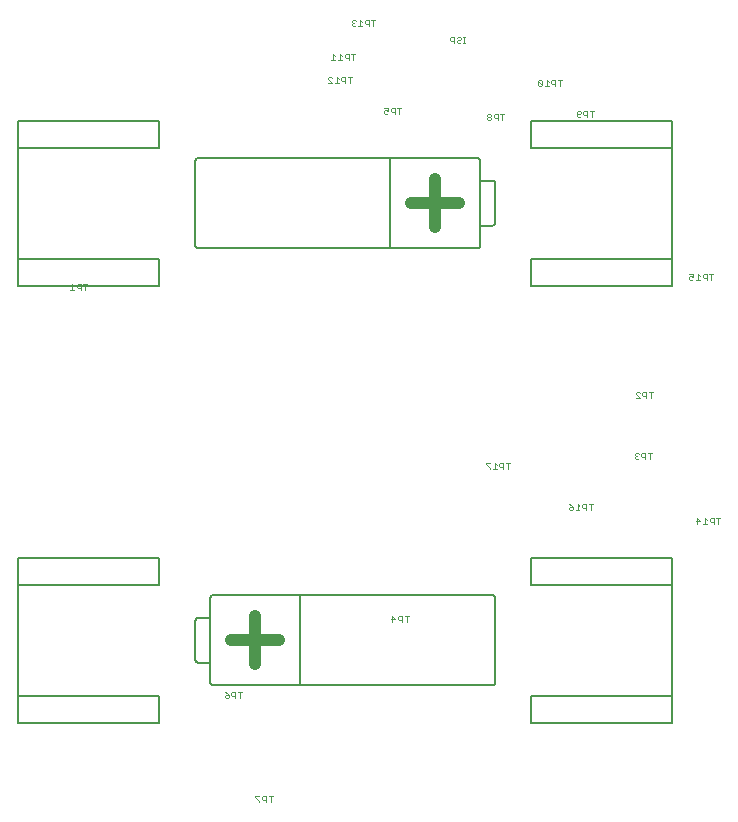
<source format=gbo>
G75*
%MOIN*%
%OFA0B0*%
%FSLAX24Y24*%
%IPPOS*%
%LPD*%
%AMOC8*
5,1,8,0,0,1.08239X$1,22.5*
%
%ADD10C,0.0040*%
%ADD11C,0.0050*%
%ADD12C,0.0080*%
%ADD13C,0.0400*%
D10*
X009939Y004781D02*
X009939Y004814D01*
X009972Y004847D01*
X010072Y004847D01*
X010072Y004781D01*
X010039Y004747D01*
X009972Y004747D01*
X009939Y004781D01*
X010006Y004914D02*
X010072Y004847D01*
X010160Y004847D02*
X010193Y004814D01*
X010293Y004814D01*
X010293Y004747D02*
X010293Y004947D01*
X010193Y004947D01*
X010160Y004914D01*
X010160Y004847D01*
X010006Y004914D02*
X009939Y004947D01*
X010381Y004947D02*
X010514Y004947D01*
X010448Y004947D02*
X010448Y004747D01*
X010963Y001483D02*
X010963Y001450D01*
X011096Y001316D01*
X011096Y001283D01*
X011184Y001383D02*
X011217Y001349D01*
X011317Y001349D01*
X011317Y001283D02*
X011317Y001483D01*
X011217Y001483D01*
X011184Y001450D01*
X011184Y001383D01*
X011096Y001483D02*
X010963Y001483D01*
X011405Y001483D02*
X011538Y001483D01*
X011471Y001483D02*
X011471Y001283D01*
X015523Y007267D02*
X015523Y007467D01*
X015624Y007367D01*
X015490Y007367D01*
X015711Y007367D02*
X015744Y007334D01*
X015845Y007334D01*
X015845Y007267D02*
X015845Y007467D01*
X015744Y007467D01*
X015711Y007434D01*
X015711Y007367D01*
X015932Y007467D02*
X016066Y007467D01*
X015999Y007467D02*
X015999Y007267D01*
X018788Y012385D02*
X018788Y012418D01*
X018655Y012552D01*
X018655Y012585D01*
X018788Y012585D01*
X018943Y012585D02*
X018943Y012385D01*
X019009Y012385D02*
X018876Y012385D01*
X019009Y012518D02*
X018943Y012585D01*
X019097Y012552D02*
X019130Y012585D01*
X019230Y012585D01*
X019230Y012385D01*
X019230Y012452D02*
X019130Y012452D01*
X019097Y012485D01*
X019097Y012552D01*
X019318Y012585D02*
X019451Y012585D01*
X019385Y012585D02*
X019385Y012385D01*
X021411Y011207D02*
X021478Y011174D01*
X021544Y011107D01*
X021444Y011107D01*
X021411Y011074D01*
X021411Y011040D01*
X021444Y011007D01*
X021511Y011007D01*
X021544Y011040D01*
X021544Y011107D01*
X021632Y011007D02*
X021765Y011007D01*
X021699Y011007D02*
X021699Y011207D01*
X021765Y011141D01*
X021853Y011174D02*
X021853Y011107D01*
X021886Y011074D01*
X021986Y011074D01*
X021986Y011007D02*
X021986Y011207D01*
X021886Y011207D01*
X021853Y011174D01*
X022074Y011207D02*
X022207Y011207D01*
X022141Y011207D02*
X022141Y011007D01*
X023634Y012700D02*
X023700Y012700D01*
X023734Y012733D01*
X023667Y012800D02*
X023634Y012800D01*
X023600Y012767D01*
X023600Y012733D01*
X023634Y012700D01*
X023634Y012800D02*
X023600Y012833D01*
X023600Y012867D01*
X023634Y012900D01*
X023700Y012900D01*
X023734Y012867D01*
X023821Y012867D02*
X023821Y012800D01*
X023855Y012767D01*
X023955Y012767D01*
X023955Y012700D02*
X023955Y012900D01*
X023855Y012900D01*
X023821Y012867D01*
X024042Y012900D02*
X024176Y012900D01*
X024109Y012900D02*
X024109Y012700D01*
X024148Y014747D02*
X024148Y014947D01*
X024082Y014947D02*
X024215Y014947D01*
X023994Y014947D02*
X023994Y014747D01*
X023994Y014814D02*
X023894Y014814D01*
X023861Y014847D01*
X023861Y014914D01*
X023894Y014947D01*
X023994Y014947D01*
X023773Y014914D02*
X023740Y014947D01*
X023673Y014947D01*
X023640Y014914D01*
X023640Y014881D01*
X023773Y014747D01*
X023640Y014747D01*
X025460Y018684D02*
X025527Y018684D01*
X025560Y018718D01*
X025560Y018784D02*
X025493Y018818D01*
X025460Y018818D01*
X025427Y018784D01*
X025427Y018718D01*
X025460Y018684D01*
X025560Y018784D02*
X025560Y018884D01*
X025427Y018884D01*
X025648Y018684D02*
X025781Y018684D01*
X025714Y018684D02*
X025714Y018884D01*
X025781Y018818D01*
X025869Y018851D02*
X025869Y018784D01*
X025902Y018751D01*
X026002Y018751D01*
X026002Y018684D02*
X026002Y018884D01*
X025902Y018884D01*
X025869Y018851D01*
X026090Y018884D02*
X026223Y018884D01*
X026156Y018884D02*
X026156Y018684D01*
X022180Y024117D02*
X022180Y024318D01*
X022247Y024318D02*
X022113Y024318D01*
X022026Y024318D02*
X022026Y024117D01*
X022026Y024184D02*
X021926Y024184D01*
X021892Y024217D01*
X021892Y024284D01*
X021926Y024318D01*
X022026Y024318D01*
X021805Y024284D02*
X021771Y024318D01*
X021705Y024318D01*
X021671Y024284D01*
X021671Y024151D01*
X021705Y024117D01*
X021771Y024117D01*
X021805Y024151D01*
X021771Y024217D02*
X021671Y024217D01*
X021771Y024217D02*
X021805Y024251D01*
X021805Y024284D01*
X021117Y025141D02*
X021117Y025341D01*
X021184Y025341D02*
X021050Y025341D01*
X020963Y025341D02*
X020863Y025341D01*
X020829Y025308D01*
X020829Y025241D01*
X020863Y025208D01*
X020963Y025208D01*
X020963Y025141D02*
X020963Y025341D01*
X020742Y025274D02*
X020675Y025341D01*
X020675Y025141D01*
X020742Y025141D02*
X020608Y025141D01*
X020521Y025174D02*
X020387Y025308D01*
X020387Y025174D01*
X020421Y025141D01*
X020487Y025141D01*
X020521Y025174D01*
X020521Y025308D01*
X020487Y025341D01*
X020421Y025341D01*
X020387Y025308D01*
X019254Y024199D02*
X019121Y024199D01*
X019188Y024199D02*
X019188Y023999D01*
X019034Y023999D02*
X019034Y024199D01*
X018933Y024199D01*
X018900Y024166D01*
X018900Y024099D01*
X018933Y024066D01*
X019034Y024066D01*
X018813Y024066D02*
X018779Y024099D01*
X018712Y024099D01*
X018679Y024066D01*
X018679Y024033D01*
X018712Y023999D01*
X018779Y023999D01*
X018813Y024033D01*
X018813Y024066D01*
X018779Y024099D02*
X018813Y024133D01*
X018813Y024166D01*
X018779Y024199D01*
X018712Y024199D01*
X018679Y024166D01*
X018679Y024133D01*
X018712Y024099D01*
X017959Y026568D02*
X017892Y026568D01*
X017926Y026568D02*
X017926Y026768D01*
X017959Y026768D02*
X017892Y026768D01*
X017812Y026735D02*
X017812Y026702D01*
X017779Y026668D01*
X017712Y026668D01*
X017678Y026635D01*
X017678Y026601D01*
X017712Y026568D01*
X017779Y026568D01*
X017812Y026601D01*
X017812Y026735D02*
X017779Y026768D01*
X017712Y026768D01*
X017678Y026735D01*
X017591Y026768D02*
X017491Y026768D01*
X017457Y026735D01*
X017457Y026668D01*
X017491Y026635D01*
X017591Y026635D01*
X017591Y026568D02*
X017591Y026768D01*
X015829Y024396D02*
X015696Y024396D01*
X015763Y024396D02*
X015763Y024196D01*
X015608Y024196D02*
X015608Y024396D01*
X015508Y024396D01*
X015475Y024363D01*
X015475Y024296D01*
X015508Y024263D01*
X015608Y024263D01*
X015387Y024296D02*
X015321Y024330D01*
X015287Y024330D01*
X015254Y024296D01*
X015254Y024229D01*
X015287Y024196D01*
X015354Y024196D01*
X015387Y024229D01*
X015387Y024296D02*
X015387Y024396D01*
X015254Y024396D01*
X014109Y025259D02*
X014109Y025459D01*
X014176Y025459D02*
X014042Y025459D01*
X013955Y025459D02*
X013855Y025459D01*
X013821Y025426D01*
X013821Y025359D01*
X013855Y025326D01*
X013955Y025326D01*
X013955Y025259D02*
X013955Y025459D01*
X013734Y025393D02*
X013667Y025459D01*
X013667Y025259D01*
X013734Y025259D02*
X013600Y025259D01*
X013513Y025259D02*
X013379Y025393D01*
X013379Y025426D01*
X013413Y025459D01*
X013479Y025459D01*
X013513Y025426D01*
X013513Y025259D02*
X013379Y025259D01*
X013497Y026007D02*
X013631Y026007D01*
X013564Y026007D02*
X013564Y026207D01*
X013631Y026141D01*
X013718Y026007D02*
X013852Y026007D01*
X013785Y026007D02*
X013785Y026207D01*
X013852Y026141D01*
X013939Y026174D02*
X013939Y026107D01*
X013973Y026074D01*
X014073Y026074D01*
X014073Y026007D02*
X014073Y026207D01*
X013973Y026207D01*
X013939Y026174D01*
X014160Y026207D02*
X014294Y026207D01*
X014227Y026207D02*
X014227Y026007D01*
X014200Y027149D02*
X014267Y027149D01*
X014300Y027182D01*
X014388Y027149D02*
X014521Y027149D01*
X014454Y027149D02*
X014454Y027349D01*
X014521Y027282D01*
X014609Y027249D02*
X014642Y027216D01*
X014742Y027216D01*
X014742Y027149D02*
X014742Y027349D01*
X014642Y027349D01*
X014609Y027316D01*
X014609Y027249D01*
X014830Y027349D02*
X014963Y027349D01*
X014896Y027349D02*
X014896Y027149D01*
X014300Y027316D02*
X014267Y027349D01*
X014200Y027349D01*
X014167Y027316D01*
X014167Y027282D01*
X014200Y027249D01*
X014167Y027216D01*
X014167Y027182D01*
X014200Y027149D01*
X014200Y027249D02*
X014233Y027249D01*
X005357Y018530D02*
X005223Y018530D01*
X005290Y018530D02*
X005290Y018330D01*
X005136Y018330D02*
X005136Y018530D01*
X005036Y018530D01*
X005002Y018497D01*
X005002Y018430D01*
X005036Y018397D01*
X005136Y018397D01*
X004915Y018463D02*
X004848Y018530D01*
X004848Y018330D01*
X004915Y018330D02*
X004781Y018330D01*
X025696Y010735D02*
X025696Y010535D01*
X025663Y010635D02*
X025796Y010635D01*
X025696Y010735D01*
X025951Y010735D02*
X025951Y010535D01*
X026017Y010535D02*
X025884Y010535D01*
X026017Y010668D02*
X025951Y010735D01*
X026105Y010701D02*
X026105Y010635D01*
X026138Y010601D01*
X026238Y010601D01*
X026238Y010535D02*
X026238Y010735D01*
X026138Y010735D01*
X026105Y010701D01*
X026326Y010735D02*
X026459Y010735D01*
X026392Y010735D02*
X026392Y010535D01*
D11*
X007760Y003926D02*
X003060Y003926D01*
X003060Y004826D01*
X007760Y004826D01*
X007760Y003926D01*
X007760Y008526D02*
X003060Y008526D01*
X003060Y004826D01*
X003060Y008526D02*
X003060Y009426D01*
X007760Y009426D01*
X007760Y008526D01*
X007760Y018493D02*
X003060Y018493D01*
X003060Y019393D01*
X003060Y023093D01*
X007760Y023093D01*
X007760Y023993D01*
X003060Y023993D01*
X003060Y023093D01*
X003060Y019393D02*
X007760Y019393D01*
X007760Y018493D01*
X020160Y018493D02*
X020160Y019393D01*
X024860Y019393D01*
X024860Y023093D01*
X020160Y023093D01*
X020160Y023993D01*
X024860Y023993D01*
X024860Y023093D01*
X024860Y019393D02*
X024860Y018493D01*
X020160Y018493D01*
X020160Y009426D02*
X020160Y008526D01*
X024860Y008526D01*
X024860Y004826D01*
X020160Y004826D01*
X020160Y003926D01*
X024860Y003926D01*
X024860Y004826D01*
X024860Y008526D02*
X024860Y009426D01*
X020160Y009426D01*
D12*
X018860Y008176D02*
X012460Y008176D01*
X009560Y008176D01*
X009543Y008174D01*
X009526Y008170D01*
X009510Y008163D01*
X009496Y008153D01*
X009483Y008140D01*
X009473Y008126D01*
X009466Y008110D01*
X009462Y008093D01*
X009460Y008076D01*
X009460Y007426D01*
X009060Y007426D01*
X009043Y007424D01*
X009026Y007420D01*
X009010Y007413D01*
X008996Y007403D01*
X008983Y007390D01*
X008973Y007376D01*
X008966Y007360D01*
X008962Y007343D01*
X008960Y007326D01*
X008960Y006026D01*
X008962Y006009D01*
X008966Y005992D01*
X008973Y005976D01*
X008983Y005962D01*
X008996Y005949D01*
X009010Y005939D01*
X009026Y005932D01*
X009043Y005928D01*
X009060Y005926D01*
X009460Y005926D01*
X009460Y005276D01*
X009462Y005259D01*
X009466Y005242D01*
X009473Y005226D01*
X009483Y005212D01*
X009496Y005199D01*
X009510Y005189D01*
X009526Y005182D01*
X009543Y005178D01*
X009560Y005176D01*
X012460Y005176D01*
X018860Y005176D01*
X018877Y005178D01*
X018894Y005182D01*
X018910Y005189D01*
X018924Y005199D01*
X018937Y005212D01*
X018947Y005226D01*
X018954Y005242D01*
X018958Y005259D01*
X018960Y005276D01*
X018960Y008076D01*
X018958Y008093D01*
X018954Y008110D01*
X018947Y008126D01*
X018937Y008140D01*
X018924Y008153D01*
X018910Y008163D01*
X018894Y008170D01*
X018877Y008174D01*
X018860Y008176D01*
X012460Y008176D02*
X012460Y005176D01*
X009460Y005926D02*
X009460Y007426D01*
X009060Y019743D02*
X015460Y019743D01*
X018360Y019743D01*
X018377Y019745D01*
X018394Y019749D01*
X018410Y019756D01*
X018424Y019766D01*
X018437Y019779D01*
X018447Y019793D01*
X018454Y019809D01*
X018458Y019826D01*
X018460Y019843D01*
X018460Y020493D01*
X018860Y020493D01*
X018877Y020495D01*
X018894Y020499D01*
X018910Y020506D01*
X018924Y020516D01*
X018937Y020529D01*
X018947Y020543D01*
X018954Y020559D01*
X018958Y020576D01*
X018960Y020593D01*
X018960Y021893D01*
X018958Y021910D01*
X018954Y021927D01*
X018947Y021943D01*
X018937Y021957D01*
X018924Y021970D01*
X018910Y021980D01*
X018894Y021987D01*
X018877Y021991D01*
X018860Y021993D01*
X018460Y021993D01*
X018460Y022643D01*
X018458Y022660D01*
X018454Y022677D01*
X018447Y022693D01*
X018437Y022707D01*
X018424Y022720D01*
X018410Y022730D01*
X018394Y022737D01*
X018377Y022741D01*
X018360Y022743D01*
X015460Y022743D01*
X009060Y022743D01*
X009043Y022741D01*
X009026Y022737D01*
X009010Y022730D01*
X008996Y022720D01*
X008983Y022707D01*
X008973Y022693D01*
X008966Y022677D01*
X008962Y022660D01*
X008960Y022643D01*
X008960Y019843D01*
X008962Y019826D01*
X008966Y019809D01*
X008973Y019793D01*
X008983Y019779D01*
X008996Y019766D01*
X009010Y019756D01*
X009026Y019749D01*
X009043Y019745D01*
X009060Y019743D01*
X015460Y019743D02*
X015460Y022743D01*
X018460Y021993D02*
X018460Y020493D01*
D13*
X017760Y021243D02*
X016160Y021243D01*
X016960Y020443D02*
X016960Y022043D01*
X010960Y007476D02*
X010960Y005876D01*
X011760Y006676D02*
X010160Y006676D01*
M02*

</source>
